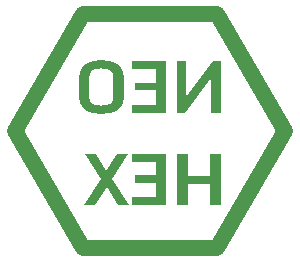
<source format=gbo>
G04 #@! TF.GenerationSoftware,KiCad,Pcbnew,7.0.8*
G04 #@! TF.CreationDate,2024-03-08T23:23:19+05:00*
G04 #@! TF.ProjectId,Ws2812 PCB,57733238-3132-4205-9043-422e6b696361,1*
G04 #@! TF.SameCoordinates,Original*
G04 #@! TF.FileFunction,Legend,Bot*
G04 #@! TF.FilePolarity,Positive*
%FSLAX46Y46*%
G04 Gerber Fmt 4.6, Leading zero omitted, Abs format (unit mm)*
G04 Created by KiCad (PCBNEW 7.0.8) date 2024-03-08 23:23:19*
%MOMM*%
%LPD*%
G01*
G04 APERTURE LIST*
%ADD10C,1.389062*%
%ADD11C,0.000000*%
G04 APERTURE END LIST*
D10*
X132461241Y-79775002D02*
X126760271Y-89649350D01*
X109657389Y-79775002D02*
X115358301Y-69900651D01*
D11*
G36*
X124250592Y-83567242D02*
G01*
X126165583Y-83567242D01*
X126165583Y-81711355D01*
X127046249Y-81711355D01*
X127046249Y-86073308D01*
X126165583Y-86073308D01*
X126165583Y-84255820D01*
X124250592Y-84255820D01*
X124250592Y-86073308D01*
X123369927Y-86073308D01*
X123369927Y-81711355D01*
X124250592Y-81711355D01*
X124250592Y-83567242D01*
G37*
G36*
X124120556Y-76863794D02*
G01*
X126387228Y-73873083D01*
X127046249Y-73873083D01*
X127046249Y-78235027D01*
X126257202Y-78235027D01*
X126257202Y-75288646D01*
X123999390Y-78235027D01*
X123340349Y-78235027D01*
X123340349Y-73873083D01*
X124120556Y-73873083D01*
X124120556Y-76863794D01*
G37*
G36*
X118839873Y-76913105D02*
G01*
X118833409Y-76990634D01*
X118824358Y-77066963D01*
X118812722Y-77142091D01*
X118798500Y-77216019D01*
X118781691Y-77288747D01*
X118762297Y-77360275D01*
X118751114Y-77395460D01*
X118738959Y-77430091D01*
X118725833Y-77464168D01*
X118711735Y-77497691D01*
X118696665Y-77530660D01*
X118680624Y-77563076D01*
X118663612Y-77594937D01*
X118645629Y-77626244D01*
X118626675Y-77656997D01*
X118606750Y-77687196D01*
X118585855Y-77716841D01*
X118563989Y-77745932D01*
X118541153Y-77774469D01*
X118517346Y-77802452D01*
X118492570Y-77829881D01*
X118466824Y-77856755D01*
X118439935Y-77882995D01*
X118411730Y-77908519D01*
X118382209Y-77933327D01*
X118351372Y-77957419D01*
X118319219Y-77980796D01*
X118285752Y-78003456D01*
X118250969Y-78025401D01*
X118214870Y-78046630D01*
X118177457Y-78067144D01*
X118138729Y-78086941D01*
X118098686Y-78106023D01*
X118057328Y-78124389D01*
X118014656Y-78142040D01*
X117970670Y-78158974D01*
X117925369Y-78175193D01*
X117878755Y-78190696D01*
X117780895Y-78219096D01*
X117676480Y-78243709D01*
X117565509Y-78264534D01*
X117447983Y-78281573D01*
X117323905Y-78294824D01*
X117193275Y-78304290D01*
X117056094Y-78309969D01*
X116912363Y-78311862D01*
X116774380Y-78309876D01*
X116642683Y-78303920D01*
X116579191Y-78299453D01*
X116517270Y-78293993D01*
X116456919Y-78287540D01*
X116398138Y-78280094D01*
X116340926Y-78271656D01*
X116285284Y-78262225D01*
X116231211Y-78251802D01*
X116178707Y-78240385D01*
X116127771Y-78227976D01*
X116078403Y-78214574D01*
X116030603Y-78200179D01*
X115984371Y-78184792D01*
X115939564Y-78168169D01*
X115896004Y-78150806D01*
X115853691Y-78132705D01*
X115812623Y-78113865D01*
X115772803Y-78094286D01*
X115734228Y-78073968D01*
X115696900Y-78052911D01*
X115660819Y-78031115D01*
X115625984Y-78008580D01*
X115592395Y-77985307D01*
X115560053Y-77961295D01*
X115528957Y-77936544D01*
X115499108Y-77911055D01*
X115470504Y-77884827D01*
X115443148Y-77857861D01*
X115417037Y-77830155D01*
X115391663Y-77801838D01*
X115367259Y-77773036D01*
X115343825Y-77743750D01*
X115321360Y-77713978D01*
X115299865Y-77683722D01*
X115279339Y-77652980D01*
X115259784Y-77621754D01*
X115241198Y-77590043D01*
X115223582Y-77557847D01*
X115206935Y-77525167D01*
X115191258Y-77492001D01*
X115176551Y-77458351D01*
X115162813Y-77424216D01*
X115150046Y-77389595D01*
X115138247Y-77354490D01*
X115127419Y-77318901D01*
X115108025Y-77245988D01*
X115091216Y-77172061D01*
X115076994Y-77097118D01*
X115065358Y-77021160D01*
X115056307Y-76944186D01*
X115049843Y-76866196D01*
X115049144Y-76851967D01*
X115925335Y-76851967D01*
X115926293Y-76906640D01*
X115929168Y-76959096D01*
X115933958Y-77009336D01*
X115940665Y-77057359D01*
X115949287Y-77103166D01*
X115959826Y-77146756D01*
X115972281Y-77188130D01*
X115979228Y-77207986D01*
X115986653Y-77227288D01*
X115994557Y-77246036D01*
X116002940Y-77264229D01*
X116011802Y-77281868D01*
X116021144Y-77298954D01*
X116030964Y-77315485D01*
X116041263Y-77331462D01*
X116052042Y-77346884D01*
X116063299Y-77361753D01*
X116075035Y-77376067D01*
X116087251Y-77389828D01*
X116099946Y-77403034D01*
X116113119Y-77415686D01*
X116126772Y-77427784D01*
X116140903Y-77439328D01*
X116155514Y-77450318D01*
X116170604Y-77460753D01*
X116202244Y-77480435D01*
X116235846Y-77498847D01*
X116271412Y-77515990D01*
X116308940Y-77531863D01*
X116348430Y-77546466D01*
X116389884Y-77559800D01*
X116433300Y-77571864D01*
X116478678Y-77582657D01*
X116526019Y-77592182D01*
X116575323Y-77600436D01*
X116626590Y-77607420D01*
X116679819Y-77613135D01*
X116735011Y-77617579D01*
X116792165Y-77620754D01*
X116851283Y-77622659D01*
X116912363Y-77623294D01*
X116972860Y-77622671D01*
X117031719Y-77620800D01*
X117088938Y-77617683D01*
X117144518Y-77613319D01*
X117198459Y-77607708D01*
X117250762Y-77600851D01*
X117301426Y-77592747D01*
X117350452Y-77583396D01*
X117397839Y-77572798D01*
X117443588Y-77560954D01*
X117487699Y-77547863D01*
X117530173Y-77533525D01*
X117571008Y-77517941D01*
X117610206Y-77501111D01*
X117647767Y-77483033D01*
X117683690Y-77463710D01*
X117717680Y-77442273D01*
X117749477Y-77418597D01*
X117779081Y-77392681D01*
X117806492Y-77364525D01*
X117831710Y-77334130D01*
X117854736Y-77301495D01*
X117875568Y-77266621D01*
X117894208Y-77229507D01*
X117910655Y-77190153D01*
X117924908Y-77148560D01*
X117936969Y-77104727D01*
X117946837Y-77058654D01*
X117954513Y-77010342D01*
X117959995Y-76959790D01*
X117963284Y-76906998D01*
X117964381Y-76851967D01*
X117964381Y-75270916D01*
X117963284Y-75215875D01*
X117959995Y-75163051D01*
X117954513Y-75112442D01*
X117946837Y-75064051D01*
X117942178Y-75040686D01*
X117936969Y-75017875D01*
X117931213Y-74995619D01*
X117924908Y-74973916D01*
X117918056Y-74952768D01*
X117910655Y-74932174D01*
X117902705Y-74912133D01*
X117894208Y-74892647D01*
X117885162Y-74873715D01*
X117875568Y-74855337D01*
X117865426Y-74837514D01*
X117854736Y-74820244D01*
X117843497Y-74803528D01*
X117831710Y-74787367D01*
X117819375Y-74771759D01*
X117806492Y-74756706D01*
X117793061Y-74742207D01*
X117779081Y-74728261D01*
X117764553Y-74714870D01*
X117749477Y-74702033D01*
X117733852Y-74689750D01*
X117717680Y-74678022D01*
X117700959Y-74666847D01*
X117683690Y-74656226D01*
X117647434Y-74635827D01*
X117609583Y-74616744D01*
X117570138Y-74598977D01*
X117529098Y-74582527D01*
X117486464Y-74567392D01*
X117442236Y-74553574D01*
X117396415Y-74541071D01*
X117349000Y-74529885D01*
X117299993Y-74520015D01*
X117249392Y-74511461D01*
X117197200Y-74504223D01*
X117143415Y-74498301D01*
X117088039Y-74493695D01*
X117031071Y-74490405D01*
X116972512Y-74488431D01*
X116912363Y-74487773D01*
X116851643Y-74488442D01*
X116792863Y-74490451D01*
X116736023Y-74493799D01*
X116681122Y-74498486D01*
X116628160Y-74504513D01*
X116577138Y-74511878D01*
X116528055Y-74520583D01*
X116480911Y-74530627D01*
X116435707Y-74542009D01*
X116392442Y-74554731D01*
X116351117Y-74568792D01*
X116311731Y-74584193D01*
X116274284Y-74600932D01*
X116238777Y-74619010D01*
X116205209Y-74638427D01*
X116173581Y-74659183D01*
X116143520Y-74681659D01*
X116115398Y-74706236D01*
X116089216Y-74732914D01*
X116064973Y-74761692D01*
X116042670Y-74792572D01*
X116022306Y-74825553D01*
X116003882Y-74860634D01*
X115987397Y-74897817D01*
X115972851Y-74937100D01*
X115960245Y-74978485D01*
X115949578Y-75021970D01*
X115940851Y-75067557D01*
X115934063Y-75115245D01*
X115929214Y-75165034D01*
X115926305Y-75216924D01*
X115925335Y-75270916D01*
X115925335Y-76851967D01*
X115049144Y-76851967D01*
X115045964Y-76787190D01*
X115044671Y-76707167D01*
X115044671Y-75433456D01*
X115045964Y-75351262D01*
X115049843Y-75270177D01*
X115056307Y-75190200D01*
X115065358Y-75111332D01*
X115076994Y-75033572D01*
X115091216Y-74956920D01*
X115108025Y-74881376D01*
X115127419Y-74806940D01*
X115137887Y-74770276D01*
X115149348Y-74734166D01*
X115161802Y-74698610D01*
X115175248Y-74663609D01*
X115189688Y-74629162D01*
X115205121Y-74595269D01*
X115221547Y-74561930D01*
X115238965Y-74529145D01*
X115257377Y-74496914D01*
X115276781Y-74465237D01*
X115297179Y-74434115D01*
X115318569Y-74403547D01*
X115340953Y-74373533D01*
X115364329Y-74344073D01*
X115388698Y-74315167D01*
X115414061Y-74286815D01*
X115440183Y-74258753D01*
X115467574Y-74231453D01*
X115496235Y-74204914D01*
X115526166Y-74179137D01*
X115557367Y-74154121D01*
X115589837Y-74129867D01*
X115623577Y-74106375D01*
X115658587Y-74083645D01*
X115694866Y-74061677D01*
X115732415Y-74040470D01*
X115771234Y-74020025D01*
X115811322Y-74000343D01*
X115852680Y-73981422D01*
X115895307Y-73963263D01*
X115939204Y-73945866D01*
X115984371Y-73929231D01*
X116030603Y-73913485D01*
X116078403Y-73898755D01*
X116127771Y-73885041D01*
X116178707Y-73872343D01*
X116285284Y-73849995D01*
X116398138Y-73831710D01*
X116517270Y-73817489D01*
X116642683Y-73807331D01*
X116774380Y-73801236D01*
X116912363Y-73799205D01*
X117056791Y-73801144D01*
X117194576Y-73806962D01*
X117325714Y-73816660D01*
X117450204Y-73830235D01*
X117509955Y-73838478D01*
X117568043Y-73847690D01*
X117624468Y-73857872D01*
X117679229Y-73869024D01*
X117732327Y-73881145D01*
X117783760Y-73894236D01*
X117833529Y-73908297D01*
X117881633Y-73923327D01*
X117928265Y-73938853D01*
X117973580Y-73955141D01*
X118017580Y-73972191D01*
X118060263Y-73990003D01*
X118101631Y-74008576D01*
X118141681Y-74027912D01*
X118180416Y-74048009D01*
X118217835Y-74068869D01*
X118253937Y-74090490D01*
X118288723Y-74112874D01*
X118322193Y-74136020D01*
X118354347Y-74159928D01*
X118385185Y-74184598D01*
X118414706Y-74210030D01*
X118442911Y-74236225D01*
X118469800Y-74263181D01*
X118495518Y-74290794D01*
X118520244Y-74318961D01*
X118543979Y-74347682D01*
X118566723Y-74376957D01*
X118588476Y-74406786D01*
X118609238Y-74437169D01*
X118629008Y-74468106D01*
X118647786Y-74499597D01*
X118665573Y-74531643D01*
X118682368Y-74564242D01*
X118698170Y-74597396D01*
X118712981Y-74631104D01*
X118726799Y-74665366D01*
X118739624Y-74700183D01*
X118751457Y-74735554D01*
X118762297Y-74771479D01*
X118781691Y-74843836D01*
X118798500Y-74917578D01*
X118812722Y-74992705D01*
X118824358Y-75069218D01*
X118833409Y-75147117D01*
X118839873Y-75226400D01*
X118843752Y-75307070D01*
X118845045Y-75389126D01*
X118845045Y-76754445D01*
X118843752Y-76834375D01*
X118842885Y-76851967D01*
X118839873Y-76913105D01*
G37*
D10*
X126760271Y-89649350D02*
X115358301Y-89649350D01*
X115358301Y-69900651D02*
X126760281Y-69900652D01*
X115358301Y-89649350D02*
X109657389Y-79775002D01*
X126760281Y-69900652D02*
X132461241Y-79775002D01*
D11*
G36*
X117340889Y-83135837D02*
G01*
X118251122Y-81711355D01*
X119199752Y-81711355D01*
X117855041Y-83815486D01*
X119258788Y-86073308D01*
X118319087Y-86073308D01*
X117408853Y-84515870D01*
X116412897Y-86073308D01*
X115464266Y-86073308D01*
X116894603Y-83833247D01*
X115514471Y-81711355D01*
X116454271Y-81711355D01*
X117340889Y-83135837D01*
G37*
G36*
X122398962Y-78235027D02*
G01*
X119508719Y-78235027D01*
X119508719Y-77573050D01*
X121524249Y-77573050D01*
X121524249Y-76325939D01*
X119765795Y-76325939D01*
X119765795Y-75693519D01*
X121524249Y-75693519D01*
X121524249Y-74535061D01*
X119541264Y-74535061D01*
X119541264Y-73873083D01*
X122398962Y-73873083D01*
X122398962Y-78235027D01*
G37*
G36*
X122428529Y-86073308D02*
G01*
X119538287Y-86073308D01*
X119538287Y-85411320D01*
X121553718Y-85411320D01*
X121553718Y-84164240D01*
X119795362Y-84164240D01*
X119795362Y-83531819D01*
X121553718Y-83531819D01*
X121553718Y-82373341D01*
X119570831Y-82373341D01*
X119570831Y-81711355D01*
X122428529Y-81711355D01*
X122428529Y-86073308D01*
G37*
M02*

</source>
